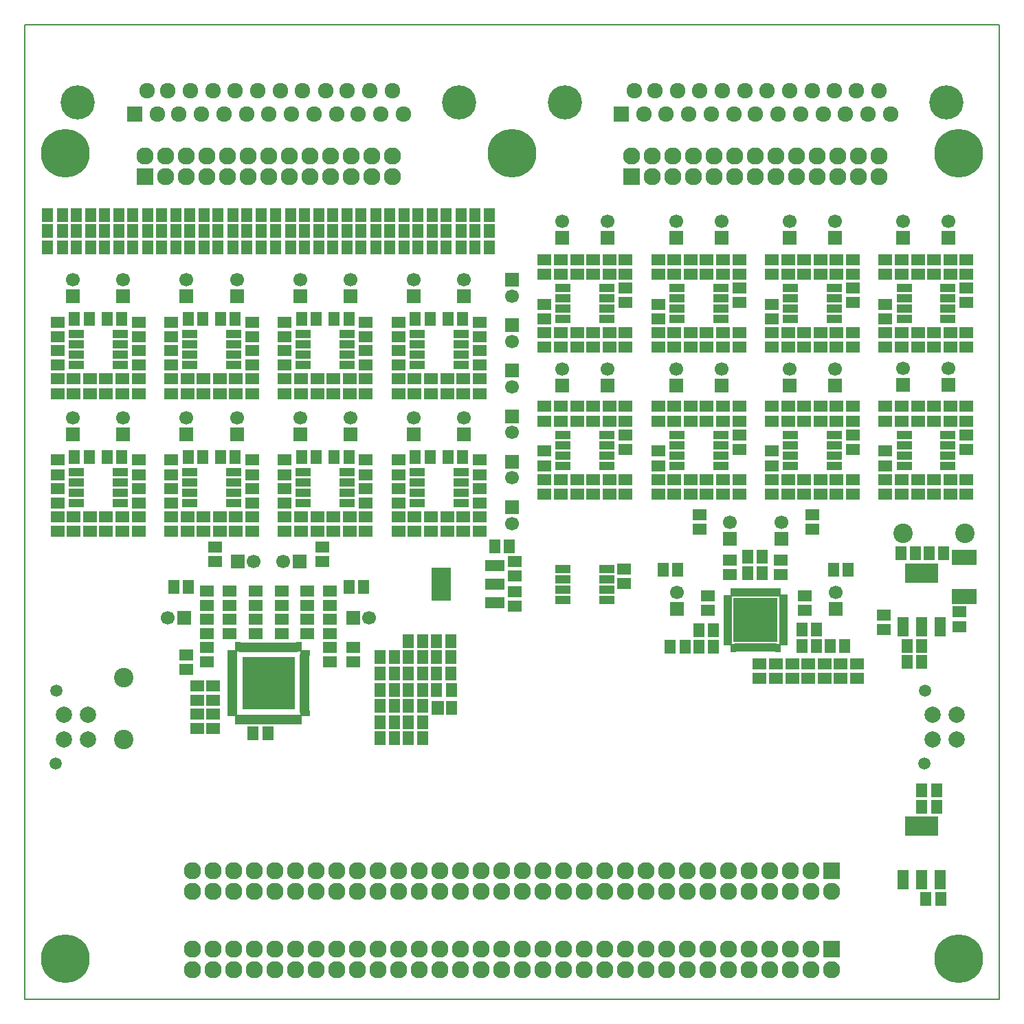
<source format=gbr>
G04 #@! TF.FileFunction,Soldermask,Top*
%FSLAX46Y46*%
G04 Gerber Fmt 4.6, Leading zero omitted, Abs format (unit mm)*
G04 Created by KiCad (PCBNEW 4.0.7) date Thursday, 09. August 2018 'u49' 18:49:35*
%MOMM*%
%LPD*%
G01*
G04 APERTURE LIST*
%ADD10C,0.100000*%
%ADD11C,0.150000*%
%ADD12R,1.700000X1.400000*%
%ADD13C,6.000000*%
%ADD14R,1.400000X1.700000*%
%ADD15R,1.598880X1.799540*%
%ADD16R,1.400760X1.799540*%
%ADD17R,0.650000X1.050000*%
%ADD18R,0.650000X1.100000*%
%ADD19R,1.050000X0.650000*%
%ADD20R,1.100000X0.650000*%
%ADD21R,5.500000X5.500000*%
%ADD22R,0.700000X1.150000*%
%ADD23R,0.700000X1.250000*%
%ADD24R,1.150000X0.700000*%
%ADD25R,1.250000X0.700000*%
%ADD26R,6.550000X6.550000*%
%ADD27C,2.398980*%
%ADD28R,3.100020X1.901140*%
%ADD29C,4.210000*%
%ADD30R,1.924000X1.924000*%
%ADD31C,1.924000*%
%ADD32R,2.127200X2.127200*%
%ADD33O,2.127200X2.127200*%
%ADD34C,1.500000*%
%ADD35C,2.000000*%
%ADD36R,1.950000X1.000000*%
%ADD37R,2.432000X4.057600*%
%ADD38R,2.432000X1.416000*%
%ADD39R,4.057600X2.432000*%
%ADD40R,1.416000X2.432000*%
%ADD41R,1.700000X1.700000*%
%ADD42C,1.700000*%
G04 APERTURE END LIST*
D10*
D11*
X80000000Y-150000000D02*
X80000000Y-30000000D01*
X200000000Y-150000000D02*
X80000000Y-150000000D01*
X200000000Y-30000000D02*
X200000000Y-150000000D01*
X80000000Y-30000000D02*
X200000000Y-30000000D01*
D12*
X186000000Y-69700000D03*
X186000000Y-67900000D03*
X188000000Y-69700000D03*
X188000000Y-67900000D03*
X108000000Y-87100000D03*
X108000000Y-88900000D03*
D13*
X85000000Y-45800000D03*
X195000000Y-45800000D03*
X195000000Y-145000000D03*
X85000000Y-145000000D03*
D12*
X136000000Y-87100000D03*
X136000000Y-88900000D03*
X136000000Y-70100000D03*
X136000000Y-71900000D03*
X132000000Y-90600000D03*
X132000000Y-92400000D03*
X132000000Y-73600000D03*
X132000000Y-75400000D03*
X120400000Y-106700000D03*
X120400000Y-108500000D03*
X117600000Y-105000000D03*
X117600000Y-103200000D03*
X126000000Y-83600000D03*
X126000000Y-85400000D03*
X126000000Y-66600000D03*
X126000000Y-68400000D03*
X126000000Y-90600000D03*
X126000000Y-92400000D03*
X126000000Y-73600000D03*
X126000000Y-75400000D03*
X122000000Y-87100000D03*
X122000000Y-88900000D03*
X122000000Y-70100000D03*
X122000000Y-71900000D03*
X117600000Y-106700000D03*
X117600000Y-108500000D03*
X118000000Y-90600000D03*
X118000000Y-92400000D03*
X118000000Y-73600000D03*
X118000000Y-75400000D03*
X114800000Y-99700000D03*
X114800000Y-101500000D03*
X111600000Y-101500000D03*
X111600000Y-99700000D03*
X112000000Y-83600000D03*
X112000000Y-85400000D03*
X112000000Y-66600000D03*
X112000000Y-68400000D03*
X111600000Y-103200000D03*
X111600000Y-105000000D03*
X112000000Y-90600000D03*
X112000000Y-92400000D03*
X112000000Y-73600000D03*
X112000000Y-75400000D03*
X108400000Y-103200000D03*
X108400000Y-105000000D03*
X108000000Y-70100000D03*
X108000000Y-71900000D03*
X104000000Y-90600000D03*
X104000000Y-92400000D03*
X104000000Y-73600000D03*
X104000000Y-75400000D03*
X102400000Y-108500000D03*
X102400000Y-106700000D03*
X108400000Y-101500000D03*
X108400000Y-99700000D03*
X105200000Y-99700000D03*
X105200000Y-101500000D03*
X98000000Y-83600000D03*
X98000000Y-85400000D03*
X98000000Y-66600000D03*
X98000000Y-68400000D03*
X103200000Y-116700000D03*
X103200000Y-114900000D03*
X101200000Y-114900000D03*
X101200000Y-116700000D03*
X98000000Y-90600000D03*
X98000000Y-92400000D03*
X98000000Y-73600000D03*
X98000000Y-75400000D03*
X94000000Y-87100000D03*
X94000000Y-88900000D03*
X94000000Y-70100000D03*
X94000000Y-71900000D03*
X90000000Y-90600000D03*
X90000000Y-92400000D03*
X90000000Y-73600000D03*
X90000000Y-75400000D03*
X114800000Y-103200000D03*
X114800000Y-105000000D03*
X105200000Y-103200000D03*
X105200000Y-105000000D03*
X103200000Y-113200000D03*
X103200000Y-111400000D03*
X102400000Y-105000000D03*
X102400000Y-103200000D03*
X99900000Y-107600000D03*
X99900000Y-109400000D03*
X84000000Y-83600000D03*
X84000000Y-85400000D03*
X84000000Y-66600000D03*
X84000000Y-68400000D03*
X84000000Y-90600000D03*
X84000000Y-92400000D03*
X84000000Y-73600000D03*
X84000000Y-75400000D03*
X126000000Y-87100000D03*
X126000000Y-88900000D03*
X126000000Y-70100000D03*
X126000000Y-71900000D03*
X112000000Y-87100000D03*
X112000000Y-88900000D03*
X112000000Y-70100000D03*
X112000000Y-71900000D03*
X98000000Y-87100000D03*
X98000000Y-88900000D03*
X98000000Y-70100000D03*
X98000000Y-71900000D03*
X84000000Y-87100000D03*
X84000000Y-88900000D03*
X84000000Y-70100000D03*
X84000000Y-71900000D03*
X134000000Y-90600000D03*
X134000000Y-92400000D03*
X134000000Y-73600000D03*
X134000000Y-75400000D03*
D14*
X133900000Y-83200000D03*
X132100000Y-83200000D03*
X133900000Y-66200000D03*
X132100000Y-66200000D03*
D12*
X136000000Y-90600000D03*
X136000000Y-92400000D03*
X136000000Y-73600000D03*
X136000000Y-75400000D03*
X130000000Y-90600000D03*
X130000000Y-92400000D03*
X130000000Y-73600000D03*
X130000000Y-75400000D03*
D14*
X128100000Y-83200000D03*
X129900000Y-83200000D03*
X128100000Y-66200000D03*
X129900000Y-66200000D03*
D12*
X128000000Y-90600000D03*
X128000000Y-92400000D03*
X128000000Y-73600000D03*
X128000000Y-75400000D03*
D14*
X130700000Y-105900000D03*
X132500000Y-105900000D03*
X127200000Y-107900000D03*
X129000000Y-107900000D03*
X123700000Y-109900000D03*
X125500000Y-109900000D03*
X127200000Y-109900000D03*
X129000000Y-109900000D03*
X123700000Y-111900000D03*
X125500000Y-111900000D03*
X119900000Y-99200000D03*
X121700000Y-99200000D03*
D12*
X120000000Y-90600000D03*
X120000000Y-92400000D03*
X120000000Y-73600000D03*
X120000000Y-75400000D03*
D14*
X119900000Y-83200000D03*
X118100000Y-83200000D03*
X119900000Y-66200000D03*
X118100000Y-66200000D03*
D12*
X122000000Y-90600000D03*
X122000000Y-92400000D03*
X122000000Y-73600000D03*
X122000000Y-75400000D03*
D14*
X129000000Y-111900000D03*
X127200000Y-111900000D03*
X125500000Y-115900000D03*
X123700000Y-115900000D03*
X129000000Y-115900000D03*
X127200000Y-115900000D03*
D12*
X116600000Y-94300000D03*
X116600000Y-96100000D03*
X116000000Y-90600000D03*
X116000000Y-92400000D03*
X116000000Y-73600000D03*
X116000000Y-75400000D03*
D14*
X114100000Y-83200000D03*
X115900000Y-83200000D03*
X114100000Y-66200000D03*
X115900000Y-66200000D03*
D12*
X114000000Y-90600000D03*
X114000000Y-92400000D03*
X114000000Y-73600000D03*
X114000000Y-75400000D03*
D14*
X125500000Y-113900000D03*
X123700000Y-113900000D03*
X129000000Y-113900000D03*
X127200000Y-113900000D03*
X125500000Y-117900000D03*
X123700000Y-117900000D03*
D12*
X103400000Y-94300000D03*
X103400000Y-96100000D03*
D14*
X108100000Y-117300000D03*
X109900000Y-117300000D03*
D12*
X106000000Y-90600000D03*
X106000000Y-92400000D03*
X106000000Y-73600000D03*
X106000000Y-75400000D03*
D14*
X105900000Y-83200000D03*
X104100000Y-83200000D03*
X105900000Y-66200000D03*
X104100000Y-66200000D03*
D12*
X108000000Y-90600000D03*
X108000000Y-92400000D03*
X108000000Y-73600000D03*
X108000000Y-75400000D03*
D14*
X100100000Y-99200000D03*
X98300000Y-99200000D03*
D12*
X102000000Y-90600000D03*
X102000000Y-92400000D03*
X102000000Y-73600000D03*
X102000000Y-75400000D03*
D14*
X100100000Y-83200000D03*
X101900000Y-83200000D03*
X100100000Y-66200000D03*
X101900000Y-66200000D03*
D12*
X100000000Y-90600000D03*
X100000000Y-92400000D03*
X100000000Y-73600000D03*
X100000000Y-75400000D03*
X92000000Y-90600000D03*
X92000000Y-92400000D03*
X92000000Y-73600000D03*
X92000000Y-75400000D03*
D14*
X91900000Y-83200000D03*
X90100000Y-83200000D03*
X91900000Y-66200000D03*
X90100000Y-66200000D03*
D12*
X94000000Y-90600000D03*
X94000000Y-92400000D03*
X94000000Y-73600000D03*
X94000000Y-75400000D03*
X88000000Y-90600000D03*
X88000000Y-92400000D03*
X88000000Y-73600000D03*
X88000000Y-75400000D03*
D14*
X86100000Y-83200000D03*
X87900000Y-83200000D03*
X86100000Y-66200000D03*
X87900000Y-66200000D03*
D12*
X86000000Y-90600000D03*
X86000000Y-92400000D03*
X86000000Y-73600000D03*
X86000000Y-75400000D03*
X186000000Y-77000000D03*
X186000000Y-78800000D03*
X186000000Y-58900000D03*
X186000000Y-60700000D03*
X194000000Y-77000000D03*
X194000000Y-78800000D03*
X194000000Y-58900000D03*
X194000000Y-60700000D03*
X194000000Y-86000000D03*
X194000000Y-87800000D03*
X194000000Y-67900000D03*
X194000000Y-69700000D03*
X186000000Y-87800000D03*
X186000000Y-86000000D03*
D14*
X161300000Y-106600000D03*
X159500000Y-106600000D03*
D12*
X172000000Y-77000000D03*
X172000000Y-78800000D03*
X172000000Y-58900000D03*
X172000000Y-60700000D03*
X180000000Y-77000000D03*
X180000000Y-78800000D03*
X180000000Y-58900000D03*
X180000000Y-60700000D03*
X164100000Y-100300000D03*
X164100000Y-102100000D03*
X180000000Y-86000000D03*
X180000000Y-87800000D03*
X180000000Y-67900000D03*
X180000000Y-69700000D03*
X172000000Y-87800000D03*
X172000000Y-86000000D03*
X172000000Y-69700000D03*
X172000000Y-67900000D03*
X166800000Y-95900000D03*
X166800000Y-97700000D03*
X158000000Y-77000000D03*
X158000000Y-78800000D03*
X158000000Y-58900000D03*
X158000000Y-60700000D03*
X166000000Y-77000000D03*
X166000000Y-78800000D03*
X166000000Y-58900000D03*
X166000000Y-60700000D03*
D14*
X170856250Y-97543750D03*
X169056250Y-97543750D03*
D12*
X166000000Y-86000000D03*
X166000000Y-87800000D03*
X166000000Y-67900000D03*
X166000000Y-69700000D03*
X158000000Y-87800000D03*
X158000000Y-86000000D03*
X158000000Y-69700000D03*
X158000000Y-67900000D03*
X173100000Y-95900000D03*
X173100000Y-97700000D03*
X144000000Y-77000000D03*
X144000000Y-78800000D03*
X144000000Y-58900000D03*
X144000000Y-60700000D03*
X152000000Y-77000000D03*
X152000000Y-78800000D03*
X152000000Y-58900000D03*
X152000000Y-60700000D03*
X176100000Y-100300000D03*
X176100000Y-102100000D03*
X152000000Y-86000000D03*
X152000000Y-87800000D03*
X152000000Y-67900000D03*
X152000000Y-69700000D03*
X144000000Y-87800000D03*
X144000000Y-86000000D03*
X144000000Y-67900000D03*
X144000000Y-69700000D03*
D14*
X163000000Y-104600000D03*
X164800000Y-104600000D03*
D12*
X196000000Y-82300000D03*
X196000000Y-80500000D03*
X196000000Y-64200000D03*
X196000000Y-62400000D03*
X182000000Y-82300000D03*
X182000000Y-80500000D03*
X182000000Y-64200000D03*
X182000000Y-62400000D03*
X168000000Y-82300000D03*
X168000000Y-80500000D03*
X168000000Y-64200000D03*
X168000000Y-62400000D03*
X154000000Y-82300000D03*
X154000000Y-80500000D03*
X154000000Y-64200000D03*
X154000000Y-62400000D03*
X190000000Y-86000000D03*
X190000000Y-87800000D03*
X190000000Y-77000000D03*
X190000000Y-78800000D03*
X192000000Y-67900000D03*
X192000000Y-69700000D03*
X190000000Y-58900000D03*
X190000000Y-60700000D03*
X188000000Y-77000000D03*
X188000000Y-78800000D03*
X188000000Y-58900000D03*
X188000000Y-60700000D03*
X196000000Y-78800000D03*
X196000000Y-77000000D03*
X196000000Y-60700000D03*
X196000000Y-58900000D03*
X192000000Y-78800000D03*
X192000000Y-77000000D03*
X192000000Y-60700000D03*
X192000000Y-58900000D03*
X192000000Y-86000000D03*
X192000000Y-87800000D03*
X188000000Y-87800000D03*
X188000000Y-86000000D03*
X190000000Y-67900000D03*
X190000000Y-69700000D03*
X196000000Y-87800000D03*
X196000000Y-86000000D03*
X196000000Y-69700000D03*
X196000000Y-67900000D03*
X176000000Y-86000000D03*
X176000000Y-87800000D03*
X176000000Y-77000000D03*
X176000000Y-78800000D03*
X178000000Y-67900000D03*
X178000000Y-69700000D03*
X176000000Y-58900000D03*
X176000000Y-60700000D03*
X174000000Y-77000000D03*
X174000000Y-78800000D03*
X174000000Y-58900000D03*
X174000000Y-60700000D03*
D14*
X158600000Y-97100000D03*
X160400000Y-97100000D03*
D12*
X182000000Y-78800000D03*
X182000000Y-77000000D03*
X182000000Y-60700000D03*
X182000000Y-58900000D03*
X178000000Y-78800000D03*
X178000000Y-77000000D03*
X178000000Y-60700000D03*
X178000000Y-58900000D03*
X178000000Y-86000000D03*
X178000000Y-87800000D03*
X174000000Y-87800000D03*
X174000000Y-86000000D03*
X176000000Y-67900000D03*
X176000000Y-69700000D03*
X174000000Y-69700000D03*
X174000000Y-67900000D03*
X182000000Y-87800000D03*
X182000000Y-86000000D03*
X182000000Y-69700000D03*
X182000000Y-67900000D03*
X163100000Y-92100000D03*
X163100000Y-90300000D03*
X162000000Y-86000000D03*
X162000000Y-87800000D03*
X162000000Y-77000000D03*
X162000000Y-78800000D03*
X164000000Y-67900000D03*
X164000000Y-69700000D03*
X162000000Y-58900000D03*
X162000000Y-60700000D03*
X160000000Y-77000000D03*
X160000000Y-78800000D03*
X160000000Y-58900000D03*
X160000000Y-60700000D03*
X168000000Y-78800000D03*
X168000000Y-77000000D03*
X168000000Y-60700000D03*
X168000000Y-58900000D03*
X164000000Y-78800000D03*
X164000000Y-77000000D03*
X164000000Y-60700000D03*
X164000000Y-58900000D03*
X164000000Y-86000000D03*
X164000000Y-87800000D03*
X160000000Y-87800000D03*
X160000000Y-86000000D03*
X162000000Y-67900000D03*
X162000000Y-69700000D03*
X160000000Y-69700000D03*
X160000000Y-67900000D03*
X177000000Y-92100000D03*
X177000000Y-90300000D03*
X168000000Y-87800000D03*
X168000000Y-86000000D03*
X168000000Y-69700000D03*
X168000000Y-67900000D03*
X148000000Y-86000000D03*
X148000000Y-87800000D03*
X148000000Y-77000000D03*
X148000000Y-78800000D03*
X150000000Y-67900000D03*
X150000000Y-69700000D03*
D14*
X181400000Y-97100000D03*
X179600000Y-97100000D03*
D12*
X146000000Y-77000000D03*
X146000000Y-78800000D03*
X146000000Y-58900000D03*
X146000000Y-60700000D03*
X172500000Y-110500000D03*
X172500000Y-108700000D03*
X178500000Y-108700000D03*
X178500000Y-110500000D03*
X176500000Y-110500000D03*
X176500000Y-108700000D03*
D14*
X177500000Y-106500000D03*
X175700000Y-106500000D03*
X177500000Y-104500000D03*
X175700000Y-104500000D03*
D12*
X154000000Y-78800000D03*
X154000000Y-77000000D03*
X154000000Y-60700000D03*
X154000000Y-58900000D03*
X150000000Y-78800000D03*
X150000000Y-77000000D03*
X150000000Y-60700000D03*
X150000000Y-58900000D03*
X150000000Y-86000000D03*
X150000000Y-87800000D03*
X146000000Y-87800000D03*
X146000000Y-86000000D03*
X148000000Y-67900000D03*
X148000000Y-69700000D03*
X146000000Y-69700000D03*
X146000000Y-67900000D03*
X154000000Y-87800000D03*
X154000000Y-86000000D03*
X154000000Y-69700000D03*
X154000000Y-67900000D03*
D14*
X192300000Y-126300000D03*
X190500000Y-126300000D03*
D12*
X195100000Y-104100000D03*
X195100000Y-102300000D03*
D14*
X187900000Y-95100000D03*
X189700000Y-95100000D03*
X132500000Y-109900000D03*
X130700000Y-109900000D03*
D15*
X130830380Y-114099820D03*
D16*
X132549960Y-114099820D03*
X132549960Y-111900180D03*
X130650040Y-111900180D03*
D14*
X127200000Y-117900000D03*
X129000000Y-117900000D03*
X169056250Y-95543750D03*
X170856250Y-95543750D03*
X164800000Y-106600000D03*
X163000000Y-106600000D03*
D12*
X117600000Y-101500000D03*
X117600000Y-99700000D03*
X102400000Y-101500000D03*
X102400000Y-99700000D03*
X101200000Y-111400000D03*
X101200000Y-113200000D03*
D14*
X192800000Y-137700000D03*
X191000000Y-137700000D03*
X190500000Y-124300000D03*
X192300000Y-124300000D03*
X191400000Y-95100000D03*
X193200000Y-95100000D03*
D12*
X153800000Y-97000000D03*
X153800000Y-98800000D03*
D17*
X167250000Y-106725000D03*
D18*
X167750000Y-106700000D03*
X168250000Y-106700000D03*
X168750000Y-106700000D03*
X169250000Y-106700000D03*
X169750000Y-106700000D03*
X170250000Y-106700000D03*
X170750000Y-106700000D03*
X171250000Y-106700000D03*
X171750000Y-106700000D03*
X172250000Y-106700000D03*
D17*
X172750000Y-106725000D03*
D19*
X173425000Y-106050000D03*
D20*
X173400000Y-105550000D03*
X173400000Y-105050000D03*
X173400000Y-104550000D03*
X173400000Y-104050000D03*
X173400000Y-103550000D03*
X173400000Y-103050000D03*
X173400000Y-102550000D03*
X173400000Y-102050000D03*
X173400000Y-101550000D03*
X173400000Y-101050000D03*
D19*
X173425000Y-100525000D03*
D17*
X172750000Y-99875000D03*
D18*
X172250000Y-99900000D03*
X171750000Y-99900000D03*
X171250000Y-99900000D03*
X170750000Y-99900000D03*
X170250000Y-99900000D03*
X169750000Y-99900000D03*
X169250000Y-99900000D03*
X168750000Y-99900000D03*
X168250000Y-99900000D03*
X167750000Y-99900000D03*
D17*
X167250000Y-99875000D03*
D19*
X166575000Y-100550000D03*
D20*
X166600000Y-101050000D03*
X166600000Y-101550000D03*
X166600000Y-102050000D03*
X166600000Y-102550000D03*
X166600000Y-103050000D03*
X166600000Y-103550000D03*
X166600000Y-104050000D03*
X166600000Y-104550000D03*
X166600000Y-105050000D03*
X166600000Y-105550000D03*
D19*
X166575000Y-106050000D03*
D21*
X170000000Y-103300000D03*
D22*
X113750000Y-106600000D03*
D23*
X113250000Y-106650000D03*
X112750000Y-106650000D03*
X112250000Y-106650000D03*
X111750000Y-106650000D03*
X111250000Y-106650000D03*
X110750000Y-106650000D03*
X110250000Y-106650000D03*
X109750000Y-106650000D03*
X109250000Y-106650000D03*
X108750000Y-106650000D03*
X108250000Y-106650000D03*
X107750000Y-106650000D03*
X107250000Y-106650000D03*
X106750000Y-106650000D03*
D22*
X106250000Y-106600000D03*
D24*
X105500000Y-107350000D03*
D25*
X105550000Y-107850000D03*
X105550000Y-108350000D03*
X105550000Y-108850000D03*
X105550000Y-109350000D03*
X105550000Y-109850000D03*
X105550000Y-110350000D03*
X105550000Y-110850000D03*
X105550000Y-111350000D03*
X105550000Y-111850000D03*
X105550000Y-112350000D03*
X105550000Y-112850000D03*
X105550000Y-113350000D03*
X105550000Y-113850000D03*
X105550000Y-114350000D03*
D24*
X105500000Y-114850000D03*
D22*
X106250000Y-115600000D03*
D23*
X106750000Y-115550000D03*
X107250000Y-115550000D03*
X107750000Y-115550000D03*
X108250000Y-115550000D03*
X108750000Y-115550000D03*
X109250000Y-115550000D03*
X109750000Y-115550000D03*
X110250000Y-115550000D03*
X110750000Y-115550000D03*
X111250000Y-115550000D03*
X111750000Y-115550000D03*
X112250000Y-115550000D03*
X112750000Y-115550000D03*
X113250000Y-115550000D03*
D22*
X113750000Y-115600000D03*
D24*
X114500000Y-114850000D03*
D25*
X114450000Y-114350000D03*
X114450000Y-113850000D03*
X114450000Y-113350000D03*
X114450000Y-112850000D03*
X114450000Y-112350000D03*
X114450000Y-111850000D03*
X114450000Y-111350000D03*
X114450000Y-110850000D03*
X114450000Y-110350000D03*
X114450000Y-109850000D03*
X114450000Y-109350000D03*
X114450000Y-108850000D03*
X114450000Y-108350000D03*
X114450000Y-107850000D03*
D24*
X114500000Y-107350000D03*
D26*
X110000000Y-111100000D03*
D14*
X188700000Y-108500000D03*
X190500000Y-108500000D03*
X188700000Y-106500000D03*
X190500000Y-106500000D03*
D12*
X185800000Y-104500000D03*
X185800000Y-102700000D03*
D14*
X135400000Y-55400000D03*
X137200000Y-55400000D03*
X128400000Y-55400000D03*
X130200000Y-55400000D03*
X133700000Y-55400000D03*
X131900000Y-55400000D03*
X126700000Y-55400000D03*
X124900000Y-55400000D03*
X121400000Y-55400000D03*
X123200000Y-55400000D03*
X114400000Y-55400000D03*
X116200000Y-55400000D03*
X119700000Y-55400000D03*
X117900000Y-55400000D03*
X112700000Y-55400000D03*
X110900000Y-55400000D03*
X105600000Y-55400000D03*
X103800000Y-55400000D03*
X100300000Y-55400000D03*
X102100000Y-55400000D03*
X107300000Y-55400000D03*
X109100000Y-55400000D03*
X98600000Y-55400000D03*
X96800000Y-55400000D03*
X91600000Y-55400000D03*
X89800000Y-55400000D03*
X86300000Y-55400000D03*
X88100000Y-55400000D03*
X93300000Y-55400000D03*
X95100000Y-55400000D03*
X84600000Y-55400000D03*
X82800000Y-55400000D03*
X137200000Y-53400000D03*
X135400000Y-53400000D03*
X130200000Y-53400000D03*
X128400000Y-53400000D03*
X137200000Y-57400000D03*
X135400000Y-57400000D03*
X130200000Y-57400000D03*
X128400000Y-57400000D03*
X131900000Y-53400000D03*
X133700000Y-53400000D03*
X124900000Y-53400000D03*
X126700000Y-53400000D03*
X131900000Y-57400000D03*
X133700000Y-57400000D03*
X124900000Y-57400000D03*
X126700000Y-57400000D03*
X123200000Y-53400000D03*
X121400000Y-53400000D03*
X116200000Y-53400000D03*
X114400000Y-53400000D03*
X123200000Y-57400000D03*
X121400000Y-57400000D03*
X116200000Y-57400000D03*
X114400000Y-57400000D03*
X117900000Y-53400000D03*
X119700000Y-53400000D03*
X110900000Y-53400000D03*
X112700000Y-53400000D03*
X117900000Y-57400000D03*
X119700000Y-57400000D03*
X110900000Y-57400000D03*
X112700000Y-57400000D03*
X103800000Y-53400000D03*
X105600000Y-53400000D03*
X102100000Y-53400000D03*
X100300000Y-53400000D03*
X103800000Y-57400000D03*
X105600000Y-57400000D03*
X102100000Y-57400000D03*
X100300000Y-57400000D03*
X109100000Y-53400000D03*
X107300000Y-53400000D03*
X96800000Y-53400000D03*
X98600000Y-53400000D03*
X109100000Y-57400000D03*
X107300000Y-57400000D03*
X96800000Y-57400000D03*
X98600000Y-57400000D03*
X89800000Y-53400000D03*
X91600000Y-53400000D03*
X88100000Y-53400000D03*
X86300000Y-53400000D03*
X89800000Y-57400000D03*
X91600000Y-57400000D03*
X88100000Y-57400000D03*
X86300000Y-57400000D03*
X95100000Y-53400000D03*
X93300000Y-53400000D03*
X82800000Y-53400000D03*
X84600000Y-53400000D03*
X95100000Y-57400000D03*
X93300000Y-57400000D03*
X82800000Y-57400000D03*
X84600000Y-57400000D03*
D12*
X136000000Y-83600000D03*
X136000000Y-85400000D03*
X136000000Y-66600000D03*
X136000000Y-68400000D03*
X122000000Y-83600000D03*
X122000000Y-85400000D03*
X122000000Y-66600000D03*
X122000000Y-68400000D03*
X108000000Y-83600000D03*
X108000000Y-85400000D03*
X108000000Y-66600000D03*
X108000000Y-68400000D03*
X94000000Y-66600000D03*
X94000000Y-68400000D03*
X94000000Y-83600000D03*
X94000000Y-85400000D03*
X186000000Y-82500000D03*
X186000000Y-84300000D03*
X186000000Y-64400000D03*
X186000000Y-66200000D03*
X172000000Y-82500000D03*
X172000000Y-84300000D03*
X172000000Y-64400000D03*
X172000000Y-66200000D03*
X158000000Y-82500000D03*
X158000000Y-84300000D03*
X158000000Y-64400000D03*
X158000000Y-66200000D03*
X144000000Y-82500000D03*
X144000000Y-84300000D03*
X144000000Y-64400000D03*
X144000000Y-66200000D03*
X148000000Y-58900000D03*
X148000000Y-60700000D03*
D14*
X137900000Y-94200000D03*
X139700000Y-94200000D03*
D12*
X140300000Y-96100000D03*
X140300000Y-97900000D03*
X140300000Y-99800000D03*
X140300000Y-101600000D03*
D27*
X195800000Y-92600000D03*
X188180000Y-92600000D03*
D13*
X140000000Y-45800000D03*
D28*
X195700000Y-100400300D03*
X195700000Y-95599700D03*
D27*
X92200000Y-118000000D03*
X92200000Y-110380000D03*
D29*
X133495000Y-39500000D03*
X86505000Y-39500000D03*
D30*
X93490000Y-40940000D03*
D31*
X96284000Y-40940000D03*
X98951000Y-40940000D03*
X101745000Y-40940000D03*
X104539000Y-40940000D03*
X107333000Y-40940000D03*
X110000000Y-40940000D03*
X112794000Y-40940000D03*
X115588000Y-40940000D03*
X118382000Y-40940000D03*
X121049000Y-40940000D03*
X123843000Y-40940000D03*
X126637000Y-40940000D03*
X95064800Y-38100000D03*
X97604800Y-38100000D03*
X100398800Y-38100000D03*
X103142000Y-38100000D03*
X105885200Y-38100000D03*
X108679200Y-38100000D03*
X111422400Y-38100000D03*
X114165600Y-38100000D03*
X117010400Y-38100000D03*
X119702800Y-38100000D03*
X122446000Y-38100000D03*
X125240000Y-38100000D03*
D29*
X193495000Y-39500000D03*
X146505000Y-39500000D03*
D30*
X153490000Y-40940000D03*
D31*
X156284000Y-40940000D03*
X158951000Y-40940000D03*
X161745000Y-40940000D03*
X164539000Y-40940000D03*
X167333000Y-40940000D03*
X170000000Y-40940000D03*
X172794000Y-40940000D03*
X175588000Y-40940000D03*
X178382000Y-40940000D03*
X181049000Y-40940000D03*
X183843000Y-40940000D03*
X186637000Y-40940000D03*
X155064800Y-38100000D03*
X157604800Y-38100000D03*
X160398800Y-38100000D03*
X163142000Y-38100000D03*
X165885200Y-38100000D03*
X168679200Y-38100000D03*
X171422400Y-38100000D03*
X174165600Y-38100000D03*
X177010400Y-38100000D03*
X179702800Y-38100000D03*
X182446000Y-38100000D03*
X185240000Y-38100000D03*
D14*
X130700000Y-107900000D03*
X132500000Y-107900000D03*
X127200000Y-105900000D03*
X129000000Y-105900000D03*
X123700000Y-107900000D03*
X125500000Y-107900000D03*
X179200000Y-106500000D03*
X181000000Y-106500000D03*
D12*
X180500000Y-110500000D03*
X180500000Y-108700000D03*
X170500000Y-108700000D03*
X170500000Y-110500000D03*
X182500000Y-108700000D03*
X182500000Y-110500000D03*
X174500000Y-110500000D03*
X174500000Y-108700000D03*
D32*
X179370000Y-134200000D03*
D33*
X179370000Y-136740000D03*
X176830000Y-134200000D03*
X176830000Y-136740000D03*
X174290000Y-134200000D03*
X174290000Y-136740000D03*
X171750000Y-134200000D03*
X171750000Y-136740000D03*
X169210000Y-134200000D03*
X169210000Y-136740000D03*
X166670000Y-134200000D03*
X166670000Y-136740000D03*
X164130000Y-134200000D03*
X164130000Y-136740000D03*
X161590000Y-134200000D03*
X161590000Y-136740000D03*
X159050000Y-134200000D03*
X159050000Y-136740000D03*
X156510000Y-134200000D03*
X156510000Y-136740000D03*
X153970000Y-134200000D03*
X153970000Y-136740000D03*
X151430000Y-134200000D03*
X151430000Y-136740000D03*
X148890000Y-134200000D03*
X148890000Y-136740000D03*
X146350000Y-134200000D03*
X146350000Y-136740000D03*
X143810000Y-134200000D03*
X143810000Y-136740000D03*
X141270000Y-134200000D03*
X141270000Y-136740000D03*
X138730000Y-134200000D03*
X138730000Y-136740000D03*
X136190000Y-134200000D03*
X136190000Y-136740000D03*
X133650000Y-134200000D03*
X133650000Y-136740000D03*
X131110000Y-134200000D03*
X131110000Y-136740000D03*
X128570000Y-134200000D03*
X128570000Y-136740000D03*
X126030000Y-134200000D03*
X126030000Y-136740000D03*
X123490000Y-134200000D03*
X123490000Y-136740000D03*
X120950000Y-134200000D03*
X120950000Y-136740000D03*
X118410000Y-134200000D03*
X118410000Y-136740000D03*
X115870000Y-134200000D03*
X115870000Y-136740000D03*
X113330000Y-134200000D03*
X113330000Y-136740000D03*
X110790000Y-134200000D03*
X110790000Y-136740000D03*
X108250000Y-134200000D03*
X108250000Y-136740000D03*
X105710000Y-134200000D03*
X105710000Y-136740000D03*
X103170000Y-134200000D03*
X103170000Y-136740000D03*
X100630000Y-134200000D03*
X100630000Y-136740000D03*
D32*
X179370000Y-143860000D03*
D33*
X179370000Y-146400000D03*
X176830000Y-143860000D03*
X176830000Y-146400000D03*
X174290000Y-143860000D03*
X174290000Y-146400000D03*
X171750000Y-143860000D03*
X171750000Y-146400000D03*
X169210000Y-143860000D03*
X169210000Y-146400000D03*
X166670000Y-143860000D03*
X166670000Y-146400000D03*
X164130000Y-143860000D03*
X164130000Y-146400000D03*
X161590000Y-143860000D03*
X161590000Y-146400000D03*
X159050000Y-143860000D03*
X159050000Y-146400000D03*
X156510000Y-143860000D03*
X156510000Y-146400000D03*
X153970000Y-143860000D03*
X153970000Y-146400000D03*
X151430000Y-143860000D03*
X151430000Y-146400000D03*
X148890000Y-143860000D03*
X148890000Y-146400000D03*
X146350000Y-143860000D03*
X146350000Y-146400000D03*
X143810000Y-143860000D03*
X143810000Y-146400000D03*
X141270000Y-143860000D03*
X141270000Y-146400000D03*
X138730000Y-143860000D03*
X138730000Y-146400000D03*
X136190000Y-143860000D03*
X136190000Y-146400000D03*
X133650000Y-143860000D03*
X133650000Y-146400000D03*
X131110000Y-143860000D03*
X131110000Y-146400000D03*
X128570000Y-143860000D03*
X128570000Y-146400000D03*
X126030000Y-143860000D03*
X126030000Y-146400000D03*
X123490000Y-143860000D03*
X123490000Y-146400000D03*
X120950000Y-143860000D03*
X120950000Y-146400000D03*
X118410000Y-143860000D03*
X118410000Y-146400000D03*
X115870000Y-143860000D03*
X115870000Y-146400000D03*
X113330000Y-143860000D03*
X113330000Y-146400000D03*
X110790000Y-143860000D03*
X110790000Y-146400000D03*
X108250000Y-143860000D03*
X108250000Y-146400000D03*
X105710000Y-143860000D03*
X105710000Y-146400000D03*
X103170000Y-143860000D03*
X103170000Y-146400000D03*
X100630000Y-143860000D03*
X100630000Y-146400000D03*
D34*
X83800000Y-121000000D03*
D35*
X87800000Y-115000000D03*
X87800000Y-118000000D03*
X84800000Y-115000000D03*
X84800000Y-118000000D03*
D34*
X83860000Y-112000000D03*
D36*
X133700000Y-88905000D03*
X133700000Y-87635000D03*
X133700000Y-86365000D03*
X133700000Y-85095000D03*
X128300000Y-85095000D03*
X128300000Y-86365000D03*
X128300000Y-87635000D03*
X128300000Y-88905000D03*
X146300000Y-96995000D03*
X146300000Y-98265000D03*
X146300000Y-99535000D03*
X146300000Y-100805000D03*
X151700000Y-100805000D03*
X151700000Y-99535000D03*
X151700000Y-98265000D03*
X151700000Y-96995000D03*
X146300000Y-80495000D03*
X146300000Y-81765000D03*
X146300000Y-83035000D03*
X146300000Y-84305000D03*
X151700000Y-84305000D03*
X151700000Y-83035000D03*
X151700000Y-81765000D03*
X151700000Y-80495000D03*
X160300000Y-62395000D03*
X160300000Y-63665000D03*
X160300000Y-64935000D03*
X160300000Y-66205000D03*
X165700000Y-66205000D03*
X165700000Y-64935000D03*
X165700000Y-63665000D03*
X165700000Y-62395000D03*
X160300000Y-80495000D03*
X160300000Y-81765000D03*
X160300000Y-83035000D03*
X160300000Y-84305000D03*
X165700000Y-84305000D03*
X165700000Y-83035000D03*
X165700000Y-81765000D03*
X165700000Y-80495000D03*
X174300000Y-62395000D03*
X174300000Y-63665000D03*
X174300000Y-64935000D03*
X174300000Y-66205000D03*
X179700000Y-66205000D03*
X179700000Y-64935000D03*
X179700000Y-63665000D03*
X179700000Y-62395000D03*
X174300000Y-80495000D03*
X174300000Y-81765000D03*
X174300000Y-83035000D03*
X174300000Y-84305000D03*
X179700000Y-84305000D03*
X179700000Y-83035000D03*
X179700000Y-81765000D03*
X179700000Y-80495000D03*
X188300000Y-62395000D03*
X188300000Y-63665000D03*
X188300000Y-64935000D03*
X188300000Y-66205000D03*
X193700000Y-66205000D03*
X193700000Y-64935000D03*
X193700000Y-63665000D03*
X193700000Y-62395000D03*
X188300000Y-80495000D03*
X188300000Y-81765000D03*
X188300000Y-83035000D03*
X188300000Y-84305000D03*
X193700000Y-84305000D03*
X193700000Y-83035000D03*
X193700000Y-81765000D03*
X193700000Y-80495000D03*
X91700000Y-71905000D03*
X91700000Y-70635000D03*
X91700000Y-69365000D03*
X91700000Y-68095000D03*
X86300000Y-68095000D03*
X86300000Y-69365000D03*
X86300000Y-70635000D03*
X86300000Y-71905000D03*
X91700000Y-88905000D03*
X91700000Y-87635000D03*
X91700000Y-86365000D03*
X91700000Y-85095000D03*
X86300000Y-85095000D03*
X86300000Y-86365000D03*
X86300000Y-87635000D03*
X86300000Y-88905000D03*
X105700000Y-71905000D03*
X105700000Y-70635000D03*
X105700000Y-69365000D03*
X105700000Y-68095000D03*
X100300000Y-68095000D03*
X100300000Y-69365000D03*
X100300000Y-70635000D03*
X100300000Y-71905000D03*
X105700000Y-88905000D03*
X105700000Y-87635000D03*
X105700000Y-86365000D03*
X105700000Y-85095000D03*
X100300000Y-85095000D03*
X100300000Y-86365000D03*
X100300000Y-87635000D03*
X100300000Y-88905000D03*
X119700000Y-71905000D03*
X119700000Y-70635000D03*
X119700000Y-69365000D03*
X119700000Y-68095000D03*
X114300000Y-68095000D03*
X114300000Y-69365000D03*
X114300000Y-70635000D03*
X114300000Y-71905000D03*
X119700000Y-88905000D03*
X119700000Y-87635000D03*
X119700000Y-86365000D03*
X119700000Y-85095000D03*
X114300000Y-85095000D03*
X114300000Y-86365000D03*
X114300000Y-87635000D03*
X114300000Y-88905000D03*
X133700000Y-71905000D03*
X133700000Y-70635000D03*
X133700000Y-69365000D03*
X133700000Y-68095000D03*
X128300000Y-68095000D03*
X128300000Y-69365000D03*
X128300000Y-70635000D03*
X128300000Y-71905000D03*
X146300000Y-62395000D03*
X146300000Y-63665000D03*
X146300000Y-64935000D03*
X146300000Y-66205000D03*
X151700000Y-66205000D03*
X151700000Y-64935000D03*
X151700000Y-63665000D03*
X151700000Y-62395000D03*
D34*
X190800000Y-121000000D03*
D35*
X194800000Y-115000000D03*
X194800000Y-118000000D03*
X191800000Y-115000000D03*
X191800000Y-118000000D03*
D34*
X190860000Y-112000000D03*
D37*
X131298000Y-98900000D03*
D38*
X137902000Y-98900000D03*
X137902000Y-96614000D03*
X137902000Y-101186000D03*
D39*
X190500000Y-97498000D03*
D40*
X190500000Y-104102000D03*
X192786000Y-104102000D03*
X188214000Y-104102000D03*
D39*
X190500000Y-128698000D03*
D40*
X190500000Y-135302000D03*
X192786000Y-135302000D03*
X188214000Y-135302000D03*
D32*
X94760000Y-48700000D03*
D33*
X94760000Y-46160000D03*
X97300000Y-48700000D03*
X97300000Y-46160000D03*
X99840000Y-48700000D03*
X99840000Y-46160000D03*
X102380000Y-48700000D03*
X102380000Y-46160000D03*
X104920000Y-48700000D03*
X104920000Y-46160000D03*
X107460000Y-48700000D03*
X107460000Y-46160000D03*
X110000000Y-48700000D03*
X110000000Y-46160000D03*
X112540000Y-48700000D03*
X112540000Y-46160000D03*
X115080000Y-48700000D03*
X115080000Y-46160000D03*
X117620000Y-48700000D03*
X117620000Y-46160000D03*
X120160000Y-48700000D03*
X120160000Y-46160000D03*
X122700000Y-48700000D03*
X122700000Y-46160000D03*
X125240000Y-48700000D03*
X125240000Y-46160000D03*
D32*
X154760000Y-48700000D03*
D33*
X154760000Y-46160000D03*
X157300000Y-48700000D03*
X157300000Y-46160000D03*
X159840000Y-48700000D03*
X159840000Y-46160000D03*
X162380000Y-48700000D03*
X162380000Y-46160000D03*
X164920000Y-48700000D03*
X164920000Y-46160000D03*
X167460000Y-48700000D03*
X167460000Y-46160000D03*
X170000000Y-48700000D03*
X170000000Y-46160000D03*
X172540000Y-48700000D03*
X172540000Y-46160000D03*
X175080000Y-48700000D03*
X175080000Y-46160000D03*
X177620000Y-48700000D03*
X177620000Y-46160000D03*
X180160000Y-48700000D03*
X180160000Y-46160000D03*
X182700000Y-48700000D03*
X182700000Y-46160000D03*
X185240000Y-48700000D03*
X185240000Y-46160000D03*
D41*
X85900000Y-63400000D03*
D42*
X85900000Y-61400000D03*
D41*
X140000000Y-89400000D03*
D42*
X140000000Y-91400000D03*
D41*
X140000000Y-83800000D03*
D42*
X140000000Y-85800000D03*
D41*
X140000000Y-78200000D03*
D42*
X140000000Y-80200000D03*
D41*
X140000000Y-67000000D03*
D42*
X140000000Y-69000000D03*
D41*
X140000000Y-72600000D03*
D42*
X140000000Y-74600000D03*
D41*
X140000000Y-61400000D03*
D42*
X140000000Y-63400000D03*
D41*
X179800000Y-74400000D03*
D42*
X179800000Y-72400000D03*
D41*
X179900000Y-101900000D03*
D42*
X179900000Y-99900000D03*
D41*
X173200000Y-93300000D03*
D42*
X173200000Y-91300000D03*
D41*
X166800000Y-93300000D03*
D42*
X166800000Y-91300000D03*
D41*
X160300000Y-101900000D03*
D42*
X160300000Y-99900000D03*
D41*
X85900000Y-80400000D03*
D42*
X85900000Y-78400000D03*
D41*
X92100000Y-63400000D03*
D42*
X92100000Y-61400000D03*
D41*
X92100000Y-80400000D03*
D42*
X92100000Y-78400000D03*
D41*
X99900000Y-63400000D03*
D42*
X99900000Y-61400000D03*
D41*
X99900000Y-80400000D03*
D42*
X99900000Y-78400000D03*
D41*
X106100000Y-63400000D03*
D42*
X106100000Y-61400000D03*
D41*
X106100000Y-80400000D03*
D42*
X106100000Y-78400000D03*
D41*
X113900000Y-80400000D03*
D42*
X113900000Y-78400000D03*
D41*
X120100000Y-63400000D03*
D42*
X120100000Y-61400000D03*
D41*
X120100000Y-80400000D03*
D42*
X120100000Y-78400000D03*
D41*
X127900000Y-80400000D03*
D42*
X127900000Y-78400000D03*
D41*
X134100000Y-63400000D03*
D42*
X134100000Y-61400000D03*
D41*
X134100000Y-80400000D03*
D42*
X134100000Y-78400000D03*
D41*
X151800000Y-56200000D03*
D42*
X151800000Y-54200000D03*
D41*
X151800000Y-74400000D03*
D42*
X151800000Y-72400000D03*
D41*
X146200000Y-56200000D03*
D42*
X146200000Y-54200000D03*
D41*
X146200000Y-74400000D03*
D42*
X146200000Y-72400000D03*
D41*
X165800000Y-56200000D03*
D42*
X165800000Y-54200000D03*
D41*
X165800000Y-74400000D03*
D42*
X165800000Y-72400000D03*
D41*
X160200000Y-56200000D03*
D42*
X160200000Y-54200000D03*
D41*
X160200000Y-74400000D03*
D42*
X160200000Y-72400000D03*
D41*
X179800000Y-56200000D03*
D42*
X179800000Y-54200000D03*
D41*
X174200000Y-56200000D03*
D42*
X174200000Y-54200000D03*
D41*
X174200000Y-74400000D03*
D42*
X174200000Y-72400000D03*
D41*
X193800000Y-56200000D03*
D42*
X193800000Y-54200000D03*
D41*
X193800000Y-74300000D03*
D42*
X193800000Y-72300000D03*
D41*
X188200000Y-56200000D03*
D42*
X188200000Y-54200000D03*
D41*
X188200000Y-74300000D03*
D42*
X188200000Y-72300000D03*
D41*
X113800000Y-96100000D03*
D42*
X111800000Y-96100000D03*
D41*
X99600000Y-103000000D03*
D42*
X97600000Y-103000000D03*
D41*
X106200000Y-96100000D03*
D42*
X108200000Y-96100000D03*
D41*
X120400000Y-103000000D03*
D42*
X122400000Y-103000000D03*
D41*
X113900000Y-63400000D03*
D42*
X113900000Y-61400000D03*
D41*
X127900000Y-63400000D03*
D42*
X127900000Y-61400000D03*
M02*

</source>
